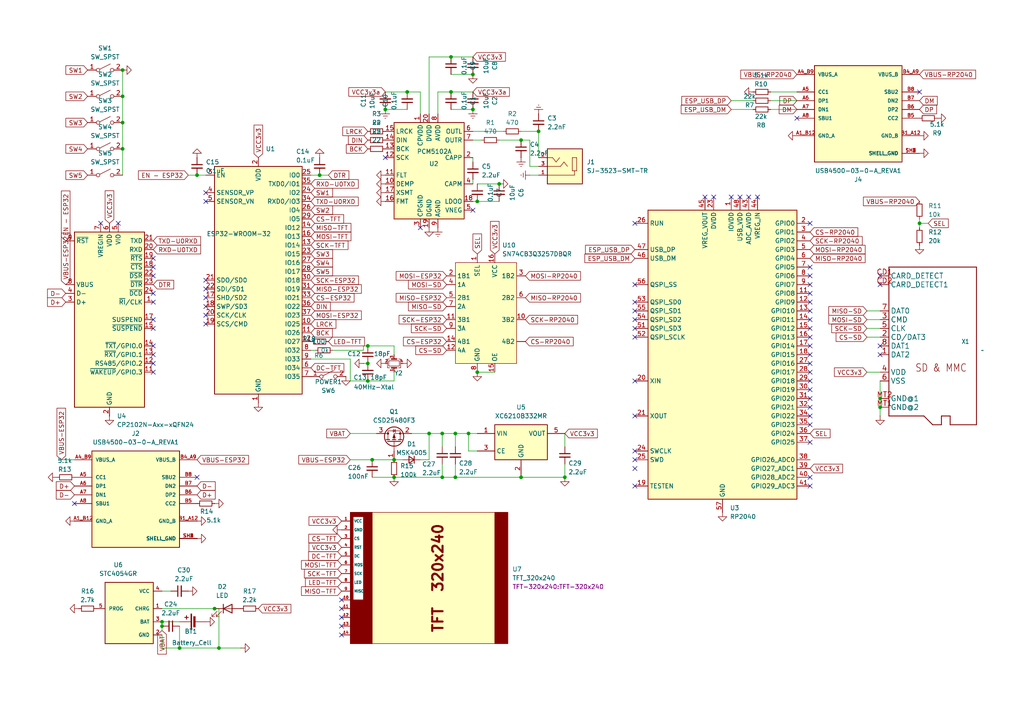
<source format=kicad_sch>
(kicad_sch (version 20250114) (generator "eeschema") (generator_version "9.0")
  (paper "A4")
  (junction (at 52.07 187.96))
  (junction (at 138.43 107.95))
  (junction (at 137.16 21.59))
  (junction (at 151.13 40.64))
  (junction (at 63.5 187.96))
  (junction (at 128.27 125.73))
  (junction (at 130.81 16.51))
  (junction (at 92.71 50.8))
  (junction (at 106.68 100.33))
  (junction (at 111.76 31.75))
  (junction (at 35.56 35.56))
  (junction (at 163.83 138.43))
  (junction (at 62.23 176.53))
  (junction (at 128.27 138.43))
  (junction (at 266.7 64.77))
  (junction (at 35.56 20.32))
  (junction (at 255.27 118.11))
  (junction (at 130.81 26.67))
  (junction (at 46.99 180.34))
  (junction (at 138.43 58.42))
  (junction (at 132.08 125.73))
  (junction (at 35.56 27.94))
  (junction (at 135.89 125.73))
  (junction (at 106.68 110.49))
  (junction (at 144.78 53.34))
  (junction (at 137.16 31.75))
  (junction (at 107.95 133.35))
  (junction (at 132.08 138.43))
  (junction (at 124.46 125.73))
  (junction (at 46.99 181.61))
  (junction (at 118.11 26.67))
  (junction (at 57.15 50.8))
  (junction (at 106.68 105.41))
  (junction (at 114.3 138.43))
  (junction (at 35.56 43.18))
  (junction (at 156.21 38.1))
  (junction (at 151.13 138.43))
  (junction (at 255.27 115.57))
  (junction (at 114.3 133.35))
  (no_connect (at 255.27 102.87))
  (no_connect (at 234.95 118.11))
  (no_connect (at 234.95 110.49))
  (no_connect (at 44.45 80.01))
  (no_connect (at 99.06 179.07))
  (no_connect (at 234.95 138.43))
  (no_connect (at 59.69 86.36))
  (no_connect (at 99.06 181.61))
  (no_connect (at 184.15 140.97))
  (no_connect (at 59.69 88.9))
  (no_connect (at 184.15 87.63))
  (no_connect (at 234.95 85.09))
  (no_connect (at 184.15 130.81))
  (no_connect (at 184.15 110.49))
  (no_connect (at 266.7 26.67))
  (no_connect (at 234.95 120.65))
  (no_connect (at 234.95 140.97))
  (no_connect (at 234.95 113.03))
  (no_connect (at 207.01 57.15))
  (no_connect (at 59.69 93.98))
  (no_connect (at 21.59 146.05))
  (no_connect (at 59.69 91.44))
  (no_connect (at 217.17 57.15))
  (no_connect (at 57.15 138.43))
  (no_connect (at 255.27 100.33))
  (no_connect (at 44.45 85.09))
  (no_connect (at 184.15 97.79))
  (no_connect (at 234.95 123.19))
  (no_connect (at 231.14 34.29))
  (no_connect (at 59.69 58.42))
  (no_connect (at 234.95 95.25))
  (no_connect (at 219.71 57.15))
  (no_connect (at 234.95 115.57))
  (no_connect (at 184.15 120.65))
  (no_connect (at 59.69 81.28))
  (no_connect (at 44.45 87.63))
  (no_connect (at 44.45 77.47))
  (no_connect (at 255.27 80.01))
  (no_connect (at 214.63 57.15))
  (no_connect (at 234.95 92.71))
  (no_connect (at 44.45 100.33))
  (no_connect (at 184.15 95.25))
  (no_connect (at 137.16 60.96))
  (no_connect (at 99.06 173.99))
  (no_connect (at 234.95 102.87))
  (no_connect (at 184.15 133.35))
  (no_connect (at 234.95 80.01))
  (no_connect (at 59.69 55.88))
  (no_connect (at 44.45 102.87))
  (no_connect (at 234.95 105.41))
  (no_connect (at 234.95 97.79))
  (no_connect (at 234.95 64.77))
  (no_connect (at 234.95 107.95))
  (no_connect (at 59.69 83.82))
  (no_connect (at 234.95 90.17))
  (no_connect (at 44.45 107.95))
  (no_connect (at 44.45 74.93))
  (no_connect (at 184.15 64.77))
  (no_connect (at 255.27 82.55))
  (no_connect (at 44.45 95.25))
  (no_connect (at 184.15 90.17))
  (no_connect (at 234.95 100.33))
  (no_connect (at 44.45 92.71))
  (no_connect (at 204.47 57.15))
  (no_connect (at 234.95 128.27))
  (no_connect (at 29.21 64.77))
  (no_connect (at 99.06 176.53))
  (no_connect (at 99.06 184.15))
  (no_connect (at 44.45 105.41))
  (no_connect (at 212.09 57.15))
  (no_connect (at 234.95 77.47))
  (no_connect (at 234.95 87.63))
  (no_connect (at 184.15 82.55))
  (no_connect (at 34.29 64.77))
  (no_connect (at 111.76 45.72))
  (no_connect (at 121.92 66.04))
  (no_connect (at 184.15 135.89))
  (no_connect (at 184.15 92.71))
  (no_connect (at 234.95 82.55))
  (wire (pts (xy 138.43 53.34) (xy 144.78 53.34)))
  (wire (pts (xy 111.76 31.75) (xy 118.11 31.75)))
  (wire (pts (xy 132.08 138.43) (xy 128.27 138.43)))
  (wire (pts (xy 107.95 138.43) (xy 114.3 138.43)))
  (wire (pts (xy 46.99 187.96) (xy 46.99 184.15)))
  (wire (pts (xy 156.21 50.8) (xy 153.67 50.8)))
  (wire (pts (xy 127 26.67) (xy 130.81 26.67)))
  (wire (pts (xy 46.99 171.45) (xy 49.53 171.45)))
  (wire (pts (xy 231.14 29.21) (xy 223.52 29.21)))
  (wire (pts (xy 153.67 40.64) (xy 151.13 40.64)))
  (wire (pts (xy 114.3 133.35) (xy 116.84 133.35)))
  (wire (pts (xy 138.43 107.95) (xy 143.51 107.95)))
  (wire (pts (xy 130.81 16.51) (xy 137.16 16.51)))
  (wire (pts (xy 114.3 110.49) (xy 106.68 110.49)))
  (wire (pts (xy 124.46 125.73) (xy 119.38 125.73)))
  (wire (pts (xy 163.83 125.73) (xy 163.83 129.54)))
  (wire (pts (xy 35.56 20.32) (xy 35.56 27.94)))
  (wire (pts (xy 132.08 134.62) (xy 132.08 138.43)))
  (wire (pts (xy 128.27 129.54) (xy 128.27 125.73)))
  (wire (pts (xy 52.07 187.96) (xy 63.5 187.96)))
  (wire (pts (xy 105.41 101.6) (xy 96.52 101.6)))
  (wire (pts (xy 118.11 26.67) (xy 111.76 26.67)))
  (wire (pts (xy 255.27 90.17) (xy 251.46 90.17)))
  (wire (pts (xy 137.16 52.07) (xy 137.16 53.34)))
  (wire (pts (xy 137.16 40.64) (xy 139.7 40.64)))
  (wire (pts (xy 69.85 187.96) (xy 63.5 187.96)))
  (wire (pts (xy 144.78 40.64) (xy 151.13 40.64)))
  (wire (pts (xy 101.6 110.49) (xy 101.6 104.14)))
  (wire (pts (xy 266.7 64.77) (xy 266.7 66.04)))
  (wire (pts (xy 35.56 35.56) (xy 35.56 43.18)))
  (wire (pts (xy 153.67 48.26) (xy 153.67 40.64)))
  (wire (pts (xy 137.16 45.72) (xy 137.16 46.99)))
  (wire (pts (xy 132.08 138.43) (xy 151.13 138.43)))
  (wire (pts (xy 106.68 105.41) (xy 105.41 105.41)))
  (wire (pts (xy 107.95 133.35) (xy 114.3 133.35)))
  (wire (pts (xy 255.27 107.95) (xy 251.46 107.95)))
  (wire (pts (xy 138.43 58.42) (xy 144.78 58.42)))
  (wire (pts (xy 63.5 176.53) (xy 63.5 187.96)))
  (wire (pts (xy 132.08 125.73) (xy 135.89 125.73)))
  (wire (pts (xy 121.92 33.02) (xy 121.92 26.67)))
  (wire (pts (xy 218.44 31.75) (xy 212.09 31.75)))
  (wire (pts (xy 124.46 33.02) (xy 124.46 16.51)))
  (wire (pts (xy 46.99 181.61) (xy 46.99 180.34)))
  (wire (pts (xy 130.81 31.75) (xy 137.16 31.75)))
  (wire (pts (xy 255.27 95.25) (xy 251.46 95.25)))
  (wire (pts (xy 156.21 38.1) (xy 156.21 45.72)))
  (wire (pts (xy 156.21 48.26) (xy 153.67 48.26)))
  (wire (pts (xy 255.27 115.57) (xy 255.27 118.11)))
  (wire (pts (xy 266.7 63.5) (xy 266.7 64.77)))
  (wire (pts (xy 91.44 101.6) (xy 90.17 101.6)))
  (wire (pts (xy 35.56 43.18) (xy 35.56 50.8)))
  (wire (pts (xy 255.27 97.79) (xy 251.46 97.79)))
  (wire (pts (xy 114.3 107.95) (xy 114.3 110.49)))
  (wire (pts (xy 17.78 133.35) (xy 21.59 133.35)))
  (wire (pts (xy 137.16 26.67) (xy 130.81 26.67)))
  (wire (pts (xy 114.3 102.87) (xy 114.3 100.33)))
  (wire (pts (xy 231.14 26.67) (xy 223.52 26.67)))
  (wire (pts (xy 138.43 130.81) (xy 135.89 130.81)))
  (wire (pts (xy 135.89 130.81) (xy 135.89 125.73)))
  (wire (pts (xy 101.6 125.73) (xy 109.22 125.73)))
  (wire (pts (xy 137.16 38.1) (xy 146.05 38.1)))
  (wire (pts (xy 105.41 100.33) (xy 106.68 100.33)))
  (wire (pts (xy 46.99 187.96) (xy 52.07 187.96)))
  (wire (pts (xy 101.6 133.35) (xy 107.95 133.35)))
  (wire (pts (xy 101.6 104.14) (xy 90.17 104.14)))
  (wire (pts (xy 130.81 21.59) (xy 137.16 21.59)))
  (wire (pts (xy 46.99 182.88) (xy 46.99 181.61)))
  (wire (pts (xy 218.44 29.21) (xy 212.09 29.21)))
  (wire (pts (xy 128.27 138.43) (xy 114.3 138.43)))
  (wire (pts (xy 255.27 110.49) (xy 255.27 115.57)))
  (wire (pts (xy 128.27 134.62) (xy 128.27 138.43)))
  (wire (pts (xy 135.89 125.73) (xy 138.43 125.73)))
  (wire (pts (xy 121.92 133.35) (xy 124.46 133.35)))
  (wire (pts (xy 106.68 110.49) (xy 101.6 110.49)))
  (wire (pts (xy 266.7 64.77) (xy 269.24 64.77)))
  (wire (pts (xy 57.15 50.8) (xy 59.69 50.8)))
  (wire (pts (xy 46.99 176.53) (xy 62.23 176.53)))
  (wire (pts (xy 63.5 176.53) (xy 62.23 176.53)))
  (wire (pts (xy 54.61 50.8) (xy 57.15 50.8)))
  (wire (pts (xy 132.08 129.54) (xy 132.08 125.73)))
  (wire (pts (xy 163.83 138.43) (xy 163.83 134.62)))
  (wire (pts (xy 137.16 58.42) (xy 138.43 58.42)))
  (wire (pts (xy 255.27 118.11) (xy 255.27 120.65)))
  (wire (pts (xy 151.13 138.43) (xy 163.83 138.43)))
  (wire (pts (xy 105.41 101.6) (xy 105.41 100.33)))
  (wire (pts (xy 124.46 16.51) (xy 130.81 16.51)))
  (wire (pts (xy 128.27 125.73) (xy 132.08 125.73)))
  (wire (pts (xy 121.92 26.67) (xy 118.11 26.67)))
  (wire (pts (xy 255.27 92.71) (xy 251.46 92.71)))
  (wire (pts (xy 231.14 31.75) (xy 223.52 31.75)))
  (wire (pts (xy 95.25 50.8) (xy 92.71 50.8)))
  (wire (pts (xy 127 33.02) (xy 127 26.67)))
  (wire (pts (xy 151.13 38.1) (xy 156.21 38.1)))
  (wire (pts (xy 46.99 180.34) (xy 52.07 180.34)))
  (wire (pts (xy 35.56 27.94) (xy 35.56 35.56)))
  (wire (pts (xy 124.46 133.35) (xy 124.46 125.73)))
  (wire (pts (xy 124.46 125.73) (xy 128.27 125.73)))
  (wire (pts (xy 114.3 100.33) (xy 106.68 100.33)))
  (wire (pts (xy 52.07 181.61) (xy 52.07 187.96)))
  (wire (pts (xy 90.17 50.8) (xy 92.71 50.8)))
  (global_label "VCC3v3" (shape input) (at 74.93 176.53 0) (property "Intersheetrefs" "${INTERSHEET_REFS}" (effects (hide yes))))
  (global_label "VCC3v3a" (shape input) (at 111.76 26.67 180) (property "Intersheetrefs" "${INTERSHEET_REFS}" (effects (hide yes))))
  (global_label "D-" (shape input) (at 21.59 143.51 180) (property "Intersheetrefs" "${INTERSHEET_REFS}" (effects (hide yes))))
  (global_label "D-" (shape input) (at 57.15 140.97 0) (property "Intersheetrefs" "${INTERSHEET_REFS}" (effects (hide yes))))
  (global_label "CS-TFT" (shape input) (at 90.17 63.5 0) (property "Intersheetrefs" "${INTERSHEET_REFS}" (effects (hide yes))))
  (global_label "TXD-U0RXD" (shape input) (at 90.17 58.42 0) (property "Intersheetrefs" "${INTERSHEET_REFS}" (effects (hide yes))))
  (global_label "MOSI-ESP32" (shape input) (at 90.17 91.44 0) (property "Intersheetrefs" "${INTERSHEET_REFS}" (effects (hide yes))))
  (global_label "DTR" (shape input) (at 95.25 50.8 0) (property "Intersheetrefs" "${INTERSHEET_REFS}" (effects (hide yes))))
  (global_label "CS-ESP32" (shape input) (at 90.17 86.36 0) (property "Intersheetrefs" "${INTERSHEET_REFS}" (effects (hide yes))))
  (global_label "DP" (shape input) (at 266.7 31.75 0) (property "Intersheetrefs" "${INTERSHEET_REFS}" (effects (hide yes))))
  (global_label "SW1" (shape input) (at 25.4 20.32 180) (property "Intersheetrefs" "${INTERSHEET_REFS}" (effects (hide yes))))
  (global_label "EN - ESP32" (shape input) (at 54.61 50.8 180) (property "Intersheetrefs" "${INTERSHEET_REFS}" (effects (hide yes))))
  (global_label "VBUS-ESP32" (shape input) (at 17.78 133.35 90) (property "Intersheetrefs" "${INTERSHEET_REFS}" (effects (hide yes))))
  (global_label "MISO-TFT" (shape input) (at 90.17 66.04 0) (property "Intersheetrefs" "${INTERSHEET_REFS}" (effects (hide yes))))
  (global_label "MISO-ESP32" (shape input) (at 129.54 86.36 180) (property "Intersheetrefs" "${INTERSHEET_REFS}" (effects (hide yes))))
  (global_label "MISO-SD" (shape input) (at 129.54 88.9 180) (property "Intersheetrefs" "${INTERSHEET_REFS}" (effects (hide yes))))
  (global_label "SCK-SD" (shape input) (at 129.54 95.25 180) (property "Intersheetrefs" "${INTERSHEET_REFS}" (effects (hide yes))))
  (global_label "VCC3v3" (shape input) (at 234.95 135.89 0) (property "Intersheetrefs" "${INTERSHEET_REFS}" (effects (hide yes))))
  (global_label "VCC3v3" (shape input) (at 99.06 158.75 180) (property "Intersheetrefs" "${INTERSHEET_REFS}" (effects (hide yes))))
  (global_label "VBAT" (shape input) (at 46.99 182.88 270) (property "Intersheetrefs" "${INTERSHEET_REFS}" (effects (hide yes))))
  (global_label "VCC3v3" (shape input) (at 99.06 151.13 180) (property "Intersheetrefs" "${INTERSHEET_REFS}" (effects (hide yes))))
  (global_label "SW2" (shape input) (at 25.4 27.94 180) (property "Intersheetrefs" "${INTERSHEET_REFS}" (effects (hide yes))))
  (global_label "SW2" (shape input) (at 90.17 60.96 0) (property "Intersheetrefs" "${INTERSHEET_REFS}" (effects (hide yes))))
  (global_label "MOSI-SD" (shape input) (at 251.46 92.71 180) (property "Intersheetrefs" "${INTERSHEET_REFS}" (effects (hide yes))))
  (global_label "MISO-TFT" (shape input) (at 99.06 171.45 180) (property "Intersheetrefs" "${INTERSHEET_REFS}" (effects (hide yes))))
  (global_label "SW4" (shape input) (at 90.17 76.2 0) (property "Intersheetrefs" "${INTERSHEET_REFS}" (effects (hide yes))))
  (global_label "D-" (shape input) (at 19.05 85.09 180) (property "Intersheetrefs" "${INTERSHEET_REFS}" (effects (hide yes))))
  (global_label "DC-TFT" (shape input) (at 99.06 161.29 180) (property "Intersheetrefs" "${INTERSHEET_REFS}" (effects (hide yes))))
  (global_label "ESP_USB_DM" (shape input) (at 184.15 74.93 180) (property "Intersheetrefs" "${INTERSHEET_REFS}" (effects (hide yes))))
  (global_label "MOSI-TFT" (shape input) (at 99.06 163.83 180) (property "Intersheetrefs" "${INTERSHEET_REFS}" (effects (hide yes))))
  (global_label "RXD-U0TXD" (shape input) (at 44.45 72.39 0) (property "Intersheetrefs" "${INTERSHEET_REFS}" (effects (hide yes))))
  (global_label "MOSI-ESP32" (shape input) (at 129.54 80.01 180) (property "Intersheetrefs" "${INTERSHEET_REFS}" (effects (hide yes))))
  (global_label "CS-RP2040" (shape input) (at 234.95 67.31 0) (property "Intersheetrefs" "${INTERSHEET_REFS}" (effects (hide yes))))
  (global_label "LED-TFT" (shape input) (at 95.25 99.06 0) (property "Intersheetrefs" "${INTERSHEET_REFS}" (effects (hide yes))))
  (global_label "SEL" (shape input) (at 138.43 73.66 90) (property "Intersheetrefs" "${INTERSHEET_REFS}" (effects (hide yes))))
  (global_label "SW3" (shape input) (at 90.17 73.66 0) (property "Intersheetrefs" "${INTERSHEET_REFS}" (effects (hide yes))))
  (global_label "EN - ESP32" (shape input) (at 19.05 69.85 90) (property "Intersheetrefs" "${INTERSHEET_REFS}" (effects (hide yes))))
  (global_label "LED-TFT" (shape input) (at 99.06 168.91 180) (property "Intersheetrefs" "${INTERSHEET_REFS}" (effects (hide yes))))
  (global_label "DP" (shape input) (at 231.14 29.21 180) (property "Intersheetrefs" "${INTERSHEET_REFS}" (effects (hide yes))))
  (global_label "CS-ESP32" (shape input) (at 129.54 99.06 180) (property "Intersheetrefs" "${INTERSHEET_REFS}" (effects (hide yes))))
  (global_label "SEL" (shape input) (at 269.24 64.77 0) (property "Intersheetrefs" "${INTERSHEET_REFS}" (effects (hide yes))))
  (global_label "VCC3v3a" (shape input) (at 137.16 26.67 0) (property "Intersheetrefs" "${INTERSHEET_REFS}" (effects (hide yes))))
  (global_label "LRCK" (shape input) (at 106.68 38.1 180) (property "Intersheetrefs" "${INTERSHEET_REFS}" (effects (hide yes))))
  (global_label "CS-RP2040" (shape input) (at 152.4 99.06 0) (property "Intersheetrefs" "${INTERSHEET_REFS}" (effects (hide yes))))
  (global_label "BCK" (shape input) (at 90.17 96.52 0) (property "Intersheetrefs" "${INTERSHEET_REFS}" (effects (hide yes))))
  (global_label "D+" (shape input) (at 21.59 140.97 180) (property "Intersheetrefs" "${INTERSHEET_REFS}" (effects (hide yes))))
  (global_label "SW1" (shape input) (at 90.17 55.88 0) (property "Intersheetrefs" "${INTERSHEET_REFS}" (effects (hide yes))))
  (global_label "ESP_USB_DP" (shape input) (at 184.15 72.39 180) (property "Intersheetrefs" "${INTERSHEET_REFS}" (effects (hide yes))))
  (global_label "VBUS-RP2040" (shape input) (at 266.7 21.59 0) (property "Intersheetrefs" "${INTERSHEET_REFS}" (effects (hide yes))))
  (global_label "VCC3v3" (shape input) (at 143.51 73.66 90) (property "Intersheetrefs" "${INTERSHEET_REFS}" (effects (hide yes))))
  (global_label "MOSI-RP2040" (shape input) (at 152.4 80.01 0) (property "Intersheetrefs" "${INTERSHEET_REFS}" (effects (hide yes))))
  (global_label "SW3" (shape input) (at 25.4 35.56 180) (property "Intersheetrefs" "${INTERSHEET_REFS}" (effects (hide yes))))
  (global_label "SCK-TFT" (shape input) (at 90.17 71.12 0) (property "Intersheetrefs" "${INTERSHEET_REFS}" (effects (hide yes))))
  (global_label "VBAT" (shape input) (at 101.6 125.73 180) (property "Intersheetrefs" "${INTERSHEET_REFS}" (effects (hide yes))))
  (global_label "DC-TFT" (shape input) (at 90.17 106.68 0) (property "Intersheetrefs" "${INTERSHEET_REFS}" (effects (hide yes))))
  (global_label "CS-SD" (shape input) (at 129.54 101.6 180) (property "Intersheetrefs" "${INTERSHEET_REFS}" (effects (hide yes))))
  (global_label "D+" (shape input) (at 19.05 87.63 180) (property "Intersheetrefs" "${INTERSHEET_REFS}" (effects (hide yes))))
  (global_label "MISO-RP2040" (shape input) (at 152.4 86.36 0) (property "Intersheetrefs" "${INTERSHEET_REFS}" (effects (hide yes))))
  (global_label "BCK" (shape input) (at 106.68 43.18 180) (property "Intersheetrefs" "${INTERSHEET_REFS}" (effects (hide yes))))
  (global_label "CS-TFT" (shape input) (at 99.06 156.21 180) (property "Intersheetrefs" "${INTERSHEET_REFS}" (effects (hide yes))))
  (global_label "VCC3v3" (shape input) (at 31.75 64.77 90) (property "Intersheetrefs" "${INTERSHEET_REFS}" (effects (hide yes))))
  (global_label "VBUS-RP2040" (shape input) (at 266.7 58.42 180) (property "Intersheetrefs" "${INTERSHEET_REFS}" (effects (hide yes))))
  (global_label "CS-SD" (shape input) (at 251.46 97.79 180) (property "Intersheetrefs" "${INTERSHEET_REFS}" (effects (hide yes))))
  (global_label "SW5" (shape input) (at 25.4 50.8 180) (property "Intersheetrefs" "${INTERSHEET_REFS}" (effects (hide yes))))
  (global_label "MOSI-SD" (shape input) (at 129.54 82.55 180) (property "Intersheetrefs" "${INTERSHEET_REFS}" (effects (hide yes))))
  (global_label "DM" (shape input) (at 266.7 29.21 0) (property "Intersheetrefs" "${INTERSHEET_REFS}" (effects (hide yes))))
  (global_label "SCK-RP2040" (shape input) (at 152.4 92.71 0) (property "Intersheetrefs" "${INTERSHEET_REFS}" (effects (hide yes))))
  (global_label "RXD-U0TXD" (shape input) (at 90.17 53.34 0) (property "Intersheetrefs" "${INTERSHEET_REFS}" (effects (hide yes))))
  (global_label "SCK-ESP32" (shape input) (at 90.17 81.28 0) (property "Intersheetrefs" "${INTERSHEET_REFS}" (effects (hide yes))))
  (global_label "SCK-ESP32" (shape input) (at 129.54 92.71 180) (property "Intersheetrefs" "${INTERSHEET_REFS}" (effects (hide yes))))
  (global_label "MOSI-TFT" (shape input) (at 90.17 68.58 0) (property "Intersheetrefs" "${INTERSHEET_REFS}" (effects (hide yes))))
  (global_label "TXD-U0RXD" (shape input) (at 44.45 69.85 0) (property "Intersheetrefs" "${INTERSHEET_REFS}" (effects (hide yes))))
  (global_label "VCC3v3" (shape input) (at 74.93 45.72 90) (property "Intersheetrefs" "${INTERSHEET_REFS}" (effects (hide yes))))
  (global_label "VCC3v3" (shape input) (at 251.46 107.95 180) (property "Intersheetrefs" "${INTERSHEET_REFS}" (effects (hide yes))))
  (global_label "DTR" (shape input) (at 44.45 82.55 0) (property "Intersheetrefs" "${INTERSHEET_REFS}" (effects (hide yes))))
  (global_label "ESP_USB_DM" (shape input) (at 212.09 31.75 180) (property "Intersheetrefs" "${INTERSHEET_REFS}" (effects (hide yes))))
  (global_label "VBUS-ESP32" (shape input) (at 57.15 133.35 0) (property "Intersheetrefs" "${INTERSHEET_REFS}" (effects (hide yes))))
  (global_label "DM" (shape input) (at 231.14 31.75 180) (property "Intersheetrefs" "${INTERSHEET_REFS}" (effects (hide yes))))
  (global_label "SCK-SD" (shape input) (at 251.46 95.25 180) (property "Intersheetrefs" "${INTERSHEET_REFS}" (effects (hide yes))))
  (global_label "VCC3v3" (shape input) (at 163.83 125.73 0) (property "Intersheetrefs" "${INTERSHEET_REFS}" (effects (hide yes))))
  (global_label "VBUS-ESP32" (shape input) (at 101.6 133.35 180) (property "Intersheetrefs" "${INTERSHEET_REFS}" (effects (hide yes))))
  (global_label "MOSI-RP2040" (shape input) (at 234.95 72.39 0) (property "Intersheetrefs" "${INTERSHEET_REFS}" (effects (hide yes))))
  (global_label "SW4" (shape input) (at 25.4 43.18 180) (property "Intersheetrefs" "${INTERSHEET_REFS}" (effects (hide yes))))
  (global_label "VBUS-ESP32" (shape input) (at 19.05 82.55 90) (property "Intersheetrefs" "${INTERSHEET_REFS}" (effects (hide yes))))
  (global_label "VBUS-RP2040" (shape input) (at 231.14 21.59 180) (property "Intersheetrefs" "${INTERSHEET_REFS}" (effects (hide yes))))
  (global_label "MISO-ESP32" (shape input) (at 90.17 83.82 0) (property "Intersheetrefs" "${INTERSHEET_REFS}" (effects (hide yes))))
  (global_label "DIN" (shape input) (at 90.17 88.9 0) (property "Intersheetrefs" "${INTERSHEET_REFS}" (effects (hide yes))))
  (global_label "SCK-TFT" (shape input) (at 99.06 166.37 180) (property "Intersheetrefs" "${INTERSHEET_REFS}" (effects (hide yes))))
  (global_label "D+" (shape input) (at 57.15 143.51 0) (property "Intersheetrefs" "${INTERSHEET_REFS}" (effects (hide yes))))
  (global_label "MISO-SD" (shape input) (at 251.46 90.17 180) (property "Intersheetrefs" "${INTERSHEET_REFS}" (effects (hide yes))))
  (global_label "SW5" (shape input) (at 90.17 78.74 0) (property "Intersheetrefs" "${INTERSHEET_REFS}" (effects (hide yes))))
  (global_label "SEL" (shape input) (at 234.95 125.73 0) (property "Intersheetrefs" "${INTERSHEET_REFS}" (effects (hide yes))))
  (global_label "DIN" (shape input) (at 106.68 40.64 180) (property "Intersheetrefs" "${INTERSHEET_REFS}" (effects (hide yes))))
  (global_label "ESP_USB_DP" (shape input) (at 212.09 29.21 180) (property "Intersheetrefs" "${INTERSHEET_REFS}" (effects (hide yes))))
  (global_label "MISO-RP2040" (shape input) (at 234.95 74.93 0) (property "Intersheetrefs" "${INTERSHEET_REFS}" (effects (hide yes))))
  (global_label "SCK-RP2040" (shape input) (at 234.95 69.85 0) (property "Intersheetrefs" "${INTERSHEET_REFS}" (effects (hide yes))))
  (global_label "VCC3v3" (shape input) (at 137.16 16.51 0) (property "Intersheetrefs" "${INTERSHEET_REFS}" (effects (hide yes))))
  (global_label "LRCK" (shape input) (at 90.17 93.98 0) (property "Intersheetrefs" "${INTERSHEET_REFS}" (effects (hide yes))))
  (symbol (lib_id "power:GND") (at 231.14 39.37 270) (unit 1)
    (property "Reference" "#PWR033" (effects (hide yes)))
    (property "Value" "GND" (effects (hide yes)))
    (property "Description" "Power symbol creates a global label with name \"GND\" , ground" (effects (hide yes)))
  )
  (symbol (lib_id "power:GNDREF") (at 127 66.04 0) (unit 1)
    (property "Reference" "#PWR011" (effects (hide yes)))
    (property "Value" "GNDREF" (effects (hide yes)))
    (property "Description" "Power symbol creates a global label with name \"GNDREF\" , reference supply ground" (effects (hide yes)))
  )
  (symbol (lib_id "power:GND") (at 99.06 153.67 270) (unit 1)
    (property "Reference" "#PWR046" (effects (hide yes)))
    (property "Value" "GND" (effects (hide yes)))
    (property "Description" "Power symbol creates a global label with name \"GND\" , ground" (effects (hide yes)))
  )
  (symbol (lib_id "Transistor_FET:CSD25480F3") (at 114.3 128.27 90) (unit 1)
    (property "Reference" "Q1" (at 114.3 119.38 90))
    (property "Value" "CSD25480F3" (at 114.3 121.92 90))
    (property "Footprint" "Package_DFN_QFN:Texas_PicoStar_DFN-3_0.69x0.60mm" (effects (hide yes)))
    (property "Datasheet" "https://www.ti.com/lit/ds/symlink/csd25480f3.pdf" (effects (hide yes)))
    (property "Description" "-1.7A Id, -20V Vds, P-Channel MOSFET, 159mOhm Ron,max @ 4.5Vgs, 0.70nC Qg,typ @ 4.5Vgs, PicoStar 0.73x0.64mm max, 0.69x0.60mm nom" (effects (hide yes)))
    (property "JLC" "C2869359" (effects (hide yes)))
  )
  (symbol (lib_id "power:GND") (at 21.59 151.13 270) (unit 1)
    (property "Reference" "#PWR055" (effects (hide yes)))
    (property "Value" "GND" (effects (hide yes)))
    (property "Description" "Power symbol creates a global label with name \"GND\" , ground" (effects (hide yes)))
  )
  (symbol (lib_id "power:GND") (at 54.61 171.45 90) (unit 1)
    (property "Reference" "#PWR043" (effects (hide yes)))
    (property "Value" "GND" (effects (hide yes)))
    (property "Description" "Power symbol creates a global label with name \"GND\" , ground" (effects (hide yes)))
  )
  (symbol (lib_id "Switch:SW_SPST") (at 30.48 27.94 0) (unit 1)
    (property "Reference" "SW2" (at 30.48 21.59 0))
    (property "Value" "SW_SPST" (at 30.48 24.13 0))
    (property "Footprint" "Kailh_Choc_White:Choc_V1" (effects (hide yes)))
    (property "Description" "Single Pole Single Throw (SPST) switch" (effects (hide yes)))
  )
  (symbol (lib_id "power:GND") (at 111.76 55.88 270) (unit 1)
    (property "Reference" "#PWR049" (effects (hide yes)))
    (property "Value" "GND" (effects (hide yes)))
    (property "Description" "Power symbol creates a global label with name \"GND\" , ground" (effects (hide yes)))
  )
  (symbol (lib_id "Interface_USB:CP2102N-Axx-xQFN24") (at 31.75 92.71 0) (unit 1)
    (property "Reference" "U4" (at 33.8933 120.65 0) (effects (justify left)))
    (property "Value" "CP2102N-Axx-xQFN24" (at 33.8933 123.19 0) (effects (justify left)))
    (property "Footprint" "Package_DFN_QFN:QFN-24-1EP_4x4mm_P0.5mm_EP2.6x2.6mm" (effects (hide yes)))
    (property "Datasheet" "https://www.silabs.com/documents/public/data-sheets/cp2102n-datasheet.pdf" (effects (hide yes)))
    (property "Description" "USB to UART master bridge, QFN-24" (effects (hide yes)))
  )
  (symbol (lib_id "power:GND") (at 105.41 105.41 270) (unit 1)
    (property "Reference" "#PWR019" (effects (hide yes)))
    (property "Value" "GND" (effects (hide yes)))
    (property "Description" "Power symbol creates a global label with name \"GND\" , ground" (effects (hide yes)))
  )
  (symbol (lib_id "power:GNDREF") (at 153.67 50.8 270) (unit 1)
    (property "Reference" "#PWR013" (effects (hide yes)))
    (property "Value" "GNDREF" (effects (hide yes)))
    (property "Description" "Power symbol creates a global label with name \"GNDREF\" , reference supply ground" (effects (hide yes)))
  )
  (symbol (lib_id "power:GND") (at 35.56 20.32 90) (unit 1)
    (property "Reference" "#PWR060" (effects (hide yes)))
    (property "Value" "GND" (effects (hide yes)))
    (property "Description" "Power symbol creates a global label with name \"GND\" , ground" (effects (hide yes)))
  )
  (symbol (lib_id "Device:R_Small") (at 109.22 38.1 90) (unit 1)
    (property "Reference" "R3" (at 109.22 33.02 90))
    (property "Value" "22" (at 109.22 35.56 90))
    (property "Footprint" "Resistor_SMD:R_0402_1005Metric" (effects (hide yes)))
    (property "Description" "Resistor, small symbol" (effects (hide yes)))
  )
  (symbol (lib_id "Device:C_Small") (at 130.81 19.05 0) (unit 1)
    (property "Reference" "C9" (at 137.16 19.0563 90))
    (property "Value" "0.1uF" (at 134.62 19.0563 90))
    (property "Footprint" "Capacitor_SMD:C_0603_1608Metric" (effects (hide yes)))
    (property "Description" "Unpolarized capacitor, small symbol" (effects (hide yes)))
  )
  (symbol (lib_id "Device:R_Small") (at 19.05 138.43 270) (unit 1)
    (property "Reference" "R13" (at 18.796 136.144 90))
    (property "Value" "5.1k" (at 18.796 133.604 90))
    (property "Footprint" "Resistor_SMD:R_0603_1608Metric" (effects (hide yes)))
    (property "Description" "Resistor, small symbol" (effects (hide yes)))
    (property "JLC" "C23186" (effects (hide yes)))
  )
  (symbol (lib_id "Device:R_Small") (at 220.98 26.67 270) (unit 1)
    (property "Reference" "R10" (at 220.726 24.384 90))
    (property "Value" "5.1k" (at 220.726 21.844 90))
    (property "Footprint" "Resistor_SMD:R_0603_1608Metric" (effects (hide yes)))
    (property "Description" "Resistor, small symbol" (effects (hide yes)))
    (property "JLC" "C23186" (effects (hide yes)))
  )
  (symbol (lib_id "TFT_320x240:TFT_320x240") (at 101.6 167.64 270) (unit 1)
    (property "Reference" "U7" (at 148.59 165.0999 90) (effects (justify left)))
    (property "Value" "TFT_320x240" (at 148.59 167.6399 90) (effects (justify left)))
    (property "Footprint" "TFT-320x240:TFT-320x240" (at 148.59 170.1799 90) (effects (justify left)))
  )
  (symbol (lib_id "power:GND") (at 218.44 26.67 270) (unit 1)
    (property "Reference" "#PWR032" (effects (hide yes)))
    (property "Value" "GND" (effects (hide yes)))
    (property "Description" "Power symbol creates a global label with name \"GND\" , ground" (effects (hide yes)))
  )
  (symbol (lib_id "Switch:SW_SPST") (at 95.25 109.22 0) (unit 1)
    (property "Reference" "POWER1" (at 95.25 110.744 0))
    (property "Value" "SW6" (at 95.25 113.284 0))
    (property "Footprint" "SW_TS-1088-AR2016:SW_TS-1088-AR02016" (effects (hide yes)))
    (property "Description" "Single Pole Single Throw (SPST) switch" (effects (hide yes)))
  )
  (symbol (lib_id "Audio:PCM5102A") (at 124.46 48.26 0) (unit 1)
    (property "Reference" "U2" (at 124.46 47.498 0) (effects (justify left)))
    (property "Value" "PCM5102A" (at 120.904 43.942 0) (effects (justify left)))
    (property "Footprint" "Package_SO:TSSOP-20_4.4x6.5mm_P0.65mm" (effects (hide yes)))
    (property "Datasheet" "https://www.ti.com/lit/ds/symlink/pcm5102a.pdf" (effects (hide yes)))
    (property "Description" "2.1 VRMS, 112dB Audio Stereo DAC with PLL and 32-bit, 384kHz PCM Interface, TSSOP-20" (effects (hide yes)))
  )
  (symbol (lib_id "Device:C_Small") (at 144.78 55.88 0) (unit 1)
    (property "Reference" "C6" (at 151.13 55.8863 90))
    (property "Value" "10uF" (at 148.59 55.8863 90))
    (property "Footprint" "Capacitor_SMD:C_0402_1005Metric" (effects (hide yes)))
    (property "Description" "Unpolarized capacitor, small symbol" (effects (hide yes)))
  )
  (symbol (lib_id "Device:C_Small") (at 52.07 171.45 90) (unit 1)
    (property "Reference" "C30" (at 53.34 165.354 90))
    (property "Value" "2.2uF" (at 53.34 167.894 90))
    (property "Footprint" "Capacitor_SMD:C_0603_1608Metric" (effects (hide yes)))
    (property "Description" "Unpolarized capacitor, small symbol" (effects (hide yes)))
    (property "JLC" "C1607" (effects (hide yes)))
  )
  (symbol (lib_id "Device:C_Small") (at 107.95 135.89 0) (unit 1)
    (property "Reference" "C26" (at 100.838 135.636 0) (effects (justify left)))
    (property "Value" "100nF" (at 100.838 138.176 0) (effects (justify left)))
    (property "Footprint" "Capacitor_SMD:C_0402_1005Metric" (effects (hide yes)))
    (property "Description" "Unpolarized capacitor, small symbol" (effects (hide yes)))
    (property "JLC" "C1525" (effects (hide yes)))
  )
  (symbol (lib_id "power:GND") (at 111.76 53.34 270) (unit 1)
    (property "Reference" "#PWR048" (effects (hide yes)))
    (property "Value" "GND" (effects (hide yes)))
    (property "Description" "Power symbol creates a global label with name \"GND\" , ground" (effects (hide yes)))
  )
  (symbol (lib_id "Device:R_Small") (at 266.7 60.96 0) (unit 1)
    (property "Reference" "R11" (at 269.24 59.6899 0) (effects (justify left)))
    (property "Value" "10k" (at 269.24 62.2299 0) (effects (justify left)))
    (property "Footprint" "Resistor_SMD:R_0603_1608Metric" (effects (hide yes)))
    (property "Description" "Resistor, small symbol" (effects (hide yes)))
  )
  (symbol (lib_id "power:GND") (at 111.76 58.42 270) (unit 1)
    (property "Reference" "#PWR050" (effects (hide yes)))
    (property "Value" "GND" (effects (hide yes)))
    (property "Description" "Power symbol creates a global label with name \"GND\" , ground" (effects (hide yes)))
  )
  (symbol (lib_id "power:GND") (at 209.55 148.59 0) (unit 1)
    (property "Reference" "#PWR061" (effects (hide yes)))
    (property "Value" "GND" (effects (hide yes)))
    (property "Description" "Power symbol creates a global label with name \"GND\" , ground" (effects (hide yes)))
  )
  (symbol (lib_id "Switch:SW_SPST") (at 30.48 43.18 0) (unit 1)
    (property "Reference" "SW4" (at 30.48 36.83 0))
    (property "Value" "SW_SPST" (at 30.48 39.37 0))
    (property "Footprint" "Kailh_Choc_White:Choc_V1" (effects (hide yes)))
    (property "Description" "Single Pole Single Throw (SPST) switch" (effects (hide yes)))
  )
  (symbol (lib_id "power:GND") (at 144.78 53.34 90) (unit 1)
    (property "Reference" "#PWR051" (effects (hide yes)))
    (property "Value" "GND" (effects (hide yes)))
    (property "Description" "Power symbol creates a global label with name \"GND\" , ground" (effects (hide yes)))
  )
  (symbol (lib_id "power:GND") (at 74.93 116.84 0) (unit 1)
    (property "Reference" "#PWR058" (effects (hide yes)))
    (property "Value" "GND" (effects (hide yes)))
    (property "Description" "Power symbol creates a global label with name \"GND\" , ground" (effects (hide yes)))
  )
  (symbol (lib_id "power:GNDREF") (at 137.16 31.75 0) (unit 1)
    (property "Reference" "#PWR016" (effects (hide yes)))
    (property "Value" "GNDREF" (effects (hide yes)))
    (property "Description" "Power symbol creates a global label with name \"GNDREF\" , reference supply ground" (effects (hide yes)))
  )
  (symbol (lib_id "Device:R_Small") (at 72.39 176.53 90) (unit 1)
    (property "Reference" "R17" (at 72.39 171.45 90))
    (property "Value" "2.2k" (at 72.39 173.99 90))
    (property "Footprint" "Resistor_SMD:R_0603_1608Metric" (effects (hide yes)))
    (property "Description" "Resistor, small symbol" (effects (hide yes)))
    (property "JLC" "C4190" (effects (hide yes)))
  )
  (symbol (lib_id "Device:C_Small") (at 118.11 29.21 180) (unit 1)
    (property "Reference" "C10" (at 111.76 29.2037 90))
    (property "Value" "0.1uF" (at 114.3 29.2037 90))
    (property "Footprint" "Capacitor_SMD:C_0603_1608Metric" (effects (hide yes)))
    (property "Description" "Unpolarized capacitor, small symbol" (effects (hide yes)))
  )
  (symbol (lib_id "USB-C-2.0-24P(16+8):USB4500-03-0-A_REVA1") (at 248.92 34.29 0) (unit 1)
    (property "Reference" "J4" (at 248.92 52.07 0))
    (property "Value" "USB4500-03-0-A_REVA1" (at 248.92 49.53 0))
    (property "Footprint" "USB-C-2.0-24P(16+8):GCT_USB4500-03-0-A_REVA1" (effects (hide yes)))
    (property "MF" "Global Connector Technology" (effects (hide yes)))
    (property "MAXIMUM_PACKAGE_HEIGHT" "2.36 mm" (effects (hide yes)))
    (property "Package" "None" (effects (hide yes)))
    (property "Price" "None" (effects (hide yes)))
    (property "Check_prices" "https://www.snapeda.com/parts/USB4500-03-0-A/Global+Connector+Technology/view-part/?ref=eda" (effects (hide yes)))
    (property "STANDARD" "Manufacturer Recommendations" (effects (hide yes)))
    (property "PARTREV" "A1" (effects (hide yes)))
    (property "SnapEDA_Link" "https://www.snapeda.com/parts/USB4500-03-0-A/Global+Connector+Technology/view-part/?ref=snap" (effects (hide yes)))
    (property "MP" "USB4500-03-0-A" (effects (hide yes)))
    (property "Description_1" "USB-C (USB TYPE-C) USB 2.0 Receptacle Connector 24 (16+8 Dummy) Position Board Edge, Cutout; Surface Mount; Through Hole, Right Angle" (effects (hide yes)))
    (property "MANUFACTURER" "Global Connector Technology" (effects (hide yes)))
    (property "Availability" "In Stock" (effects (hide yes)))
    (property "SNAPEDA_PN" "USB4500-03-0-A" (effects (hide yes)))
  )
  (symbol (lib_id "Regulator_Linear:XC6210B332MR") (at 151.13 128.27 0) (unit 1)
    (property "Reference" "U5" (at 151.13 118.11 0))
    (property "Value" "XC6210B332MR" (at 151.13 120.65 0))
    (property "Footprint" "Package_TO_SOT_SMD:SOT-23-5" (effects (hide yes)))
    (property "Datasheet" "https://www.torexsemi.com/file/xc6210/XC6210.pdf" (effects (hide yes)))
    (property "Description" "700mA, Low Drop-out Voltage Regulator, Fixed Output 3.3V, SOT-23-5" (effects (hide yes)))
    (property "JLC" "C3021084" (effects (hide yes)))
  )
  (symbol (lib_id "Device:C_Small") (at 130.81 29.21 0) (unit 1)
    (property "Reference" "C1" (at 137.16 29.2163 90))
    (property "Value" "0.1uF" (at 134.62 29.2163 90))
    (property "Footprint" "Capacitor_SMD:C_0603_1608Metric" (effects (hide yes)))
    (property "Description" "Unpolarized capacitor, small symbol" (effects (hide yes)))
  )
  (symbol (lib_id "power:GND") (at 255.27 120.65 0) (unit 1)
    (property "Reference" "#PWR034" (effects (hide yes)))
    (property "Value" "GND" (effects (hide yes)))
    (property "Description" "Power symbol creates a global label with name \"GND\" , ground" (effects (hide yes)))
  )
  (symbol (lib_id "power:GND") (at 266.7 71.12 0) (unit 1)
    (property "Reference" "#PWR063" (effects (hide yes)))
    (property "Value" "GND" (effects (hide yes)))
    (property "Description" "Power symbol creates a global label with name \"GND\" , ground" (effects (hide yes)))
  )
  (symbol (lib_id "Device:C_Small") (at 156.21 35.56 0) (unit 1)
    (property "Reference" "C3" (at 158.75 34.2962 0) (effects (justify left)))
    (property "Value" "2.2nF" (at 158.75 36.8362 0) (effects (justify left)))
    (property "Footprint" "Capacitor_SMD:C_0603_1608Metric" (effects (hide yes)))
    (property "Description" "Unpolarized capacitor, small symbol" (effects (hide yes)))
  )
  (symbol (lib_id "power:GND") (at 22.86 176.53 270) (unit 1)
    (property "Reference" "#PWR042" (effects (hide yes)))
    (property "Value" "GND" (effects (hide yes)))
    (property "Description" "Power symbol creates a global label with name \"GND\" , ground" (effects (hide yes)))
  )
  (symbol (lib_id "power:GND") (at 266.7 39.37 90) (unit 1)
    (property "Reference" "#PWR036" (effects (hide yes)))
    (property "Value" "GND" (effects (hide yes)))
    (property "Description" "Power symbol creates a global label with name \"GND\" , ground" (effects (hide yes)))
  )
  (symbol (lib_id "power:GND") (at 114.3 138.43 0) (unit 1)
    (property "Reference" "#PWR040" (effects (hide yes)))
    (property "Value" "GND" (effects (hide yes)))
    (property "Description" "Power symbol creates a global label with name \"GND\" , ground" (effects (hide yes)))
  )
  (symbol (lib_id "Device:C_Small") (at 92.71 48.26 0) (unit 1)
    (property "Reference" "C14" (at 85.852 43.942 0) (effects (justify left)))
    (property "Value" "0.1uF" (at 85.852 46.482 0) (effects (justify left)))
    (property "Footprint" "Capacitor_SMD:C_0603_1608Metric" (effects (hide yes)))
    (property "Description" "Unpolarized capacitor, small symbol" (effects (hide yes)))
  )
  (symbol (lib_id "Device:R_Small") (at 148.59 38.1 90) (unit 1)
    (property "Reference" "R2" (at 148.59 33.02 90))
    (property "Value" "470" (at 148.59 35.56 90))
    (property "Footprint" "Resistor_SMD:R_0603_1608Metric" (effects (hide yes)))
    (property "Description" "Resistor, small symbol" (effects (hide yes)))
  )
  (symbol (lib_id "Device:R_Small") (at 92.71 99.06 270) (unit 1)
    (property "Reference" "R18" (at 89.662 98.298 90))
    (property "Value" "100" (at 92.456 99.06 90))
    (property "Footprint" "Resistor_SMD:R_0402_1005Metric" (effects (hide yes)))
    (property "Description" "Resistor, small symbol" (effects (hide yes)))
    (property "JLC" "C17168" (effects (hide yes)))
  )
  (symbol (lib_id "Device:C_Small") (at 132.08 132.08 0) (unit 1)
    (property "Reference" "C28" (at 133.096 134.366 0) (effects (justify left)))
    (property "Value" "2.2uF" (at 133.096 136.906 0) (effects (justify left)))
    (property "Footprint" "Capacitor_SMD:C_0603_1608Metric" (effects (hide yes)))
    (property "Description" "Unpolarized capacitor, small symbol" (effects (hide yes)))
    (property "JLC" "C1607" (effects (hide yes)))
  )
  (symbol (lib_id "Device:R_Small") (at 142.24 40.64 90) (unit 1)
    (property "Reference" "R1" (at 142.24 35.56 90))
    (property "Value" "470" (at 142.24 38.1 90))
    (property "Footprint" "Resistor_SMD:R_0603_1608Metric" (effects (hide yes)))
    (property "Description" "Resistor, small symbol" (effects (hide yes)))
  )
  (symbol (lib_id "power:GNDREF") (at 156.21 33.02 180) (unit 1)
    (property "Reference" "#PWR014" (effects (hide yes)))
    (property "Value" "GNDREF" (effects (hide yes)))
    (property "Description" "Power symbol creates a global label with name \"GNDREF\" , reference supply ground" (effects (hide yes)))
  )
  (symbol (lib_id "Device:R_Small") (at 93.98 101.6 270) (unit 1)
    (property "Reference" "R6" (at 92.456 103.124 90))
    (property "Value" "0k" (at 94.234 101.6 90))
    (property "Footprint" "Resistor_SMD:R_0402_1005Metric" (effects (hide yes)))
    (property "Description" "Resistor, small symbol" (effects (hide yes)))
    (property "JLC" "C17168" (effects (hide yes)))
  )
  (symbol (lib_id "Device:Crystal_GND24_Small") (at 114.3 105.41 270) (unit 1)
    (property "Reference" "Y2" (at 115.57 108.204 90))
    (property "Value" "40MHz-Xtal" (at 108.458 112.268 90))
    (property "Footprint" "Crystal:Crystal_SMD_3225-4Pin_3.2x2.5mm" (effects (hide yes)))
    (property "Description" "Four pin crystal, GND on pins 2 and 4, small symbol" (effects (hide yes)))
    (property "JLC" "C9010" (effects (hide yes)))
  )
  (symbol (lib_id "power:GND") (at 137.16 21.59 0) (unit 1)
    (property "Reference" "#PWR08" (effects (hide yes)))
    (property "Value" "GND" (effects (hide yes)))
    (property "Description" "Power symbol creates a global label with name \"GND\" , ground" (effects (hide yes)))
  )
  (symbol (lib_id "Switch:SW_SPST") (at 30.48 20.32 0) (unit 1)
    (property "Reference" "SW1" (at 30.48 13.97 0))
    (property "Value" "SW_SPST" (at 30.48 16.51 0))
    (property "Footprint" "Kailh_Choc_White:Choc_V1" (effects (hide yes)))
    (property "Description" "Single Pole Single Throw (SPST) switch" (effects (hide yes)))
  )
  (symbol (lib_id "power:GND") (at 163.83 138.43 0) (unit 1)
    (property "Reference" "#PWR041" (effects (hide yes)))
    (property "Value" "GND" (effects (hide yes)))
    (property "Description" "Power symbol creates a global label with name \"GND\" , ground" (effects (hide yes)))
  )
  (symbol (lib_id "power:GND") (at 271.78 34.29 90) (unit 1)
    (property "Reference" "#PWR037" (effects (hide yes)))
    (property "Value" "GND" (effects (hide yes)))
    (property "Description" "Power symbol creates a global label with name \"GND\" , ground" (effects (hide yes)))
  )
  (symbol (lib_id "power:GND") (at 31.75 120.65 0) (unit 1)
    (property "Reference" "#PWR057" (effects (hide yes)))
    (property "Value" "GND" (effects (hide yes)))
    (property "Description" "Power symbol creates a global label with name \"GND\" , ground" (effects (hide yes)))
  )
  (symbol (lib_id "Device:C_Small") (at 57.15 48.26 0) (unit 1)
    (property "Reference" "C15" (at 59.69 46.9962 0) (effects (justify left)))
    (property "Value" "0.1uF" (at 59.69 49.5362 0) (effects (justify left)))
    (property "Footprint" "Capacitor_SMD:C_0603_1608Metric" (effects (hide yes)))
    (property "Description" "Unpolarized capacitor, small symbol" (effects (hide yes)))
  )
  (symbol (lib_id "Device:R_Small") (at 114.3 135.89 0) (unit 1)
    (property "Reference" "R15" (at 116.078 135.128 0) (effects (justify left)))
    (property "Value" "100k" (at 116.078 137.668 0) (effects (justify left)))
    (property "Footprint" "Resistor_SMD:R_0402_1005Metric" (effects (hide yes)))
    (property "Description" "Resistor, small symbol" (effects (hide yes)))
    (property "JLC" "C25741" (effects (hide yes)))
  )
  (symbol (lib_id "Device:C_Small") (at 138.43 55.88 0) (unit 1)
    (property "Reference" "C7" (at 144.78 55.8863 90))
    (property "Value" "0.1uF" (at 142.24 55.8863 90))
    (property "Footprint" "Capacitor_SMD:C_0603_1608Metric" (effects (hide yes)))
    (property "Description" "Unpolarized capacitor, small symbol" (effects (hide yes)))
  )
  (symbol (lib_id "Device:C_Small") (at 49.53 181.61 270) (unit 1)
    (property "Reference" "C24" (at 49.5236 175.26 90))
    (property "Value" "2.2uF" (at 49.5236 177.8 90))
    (property "Footprint" "Capacitor_SMD:C_0603_1608Metric" (effects (hide yes)))
    (property "Description" "Unpolarized capacitor, small symbol" (effects (hide yes)))
    (property "JLC" "C1607" (effects (hide yes)))
  )
  (symbol (lib_id "power:GND") (at 124.46 66.04 0) (unit 1)
    (property "Reference" "#PWR02" (effects (hide yes)))
    (property "Value" "GND" (effects (hide yes)))
    (property "Description" "Power symbol creates a global label with name \"GND\" , ground" (effects (hide yes)))
  )
  (symbol (lib_id "Device:R_Small") (at 220.98 29.21 270) (unit 1)
    (property "Reference" "R7" (at 217.424 30.48 90))
    (property "Value" "22k" (at 217.424 27.94 90))
    (property "Footprint" "Resistor_SMD:R_0603_1608Metric" (effects (hide yes)))
    (property "Description" "Resistor, small symbol" (effects (hide yes)))
    (property "JLC" "C31850" (effects (hide yes)))
  )
  (symbol (lib_id "MCU_RaspberryPi:RP2040") (at 209.55 102.87 0) (unit 1)
    (property "Reference" "U3" (at 211.6933 147.32 0) (effects (justify left)))
    (property "Value" "RP2040" (at 211.6933 149.86 0) (effects (justify left)))
    (property "Footprint" "Package_DFN_QFN:QFN-56-1EP_7x7mm_P0.4mm_EP3.2x3.2mm" (effects (hide yes)))
    (property "Datasheet" "https://datasheets.raspberrypi.com/rp2040/rp2040-datasheet.pdf" (effects (hide yes)))
    (property "Description" "A microcontroller by Raspberry Pi" (effects (hide yes)))
  )
  (symbol (lib_id "Device:C_Small") (at 111.76 29.21 180) (unit 1)
    (property "Reference" "C11" (at 105.41 29.2037 90))
    (property "Value" "10uF" (at 107.95 29.2037 90))
    (property "Footprint" "Capacitor_SMD:C_0402_1005Metric" (effects (hide yes)))
    (property "Description" "Unpolarized capacitor, small symbol" (effects (hide yes)))
  )
  (symbol (lib_id "Device:C_Small") (at 137.16 49.53 0) (unit 1)
    (property "Reference" "C5" (at 139.7 48.2662 0) (effects (justify left)))
    (property "Value" "2.2uF" (at 139.7 50.8062 0) (effects (justify left)))
    (property "Footprint" "Capacitor_SMD:C_0603_1608Metric" (effects (hide yes)))
    (property "Description" "Unpolarized capacitor, small symbol" (effects (hide yes)))
  )
  (symbol (lib_id "power:GND") (at 69.85 187.96 90) (unit 1)
    (property "Reference" "#PWR045" (effects (hide yes)))
    (property "Value" "GND" (effects (hide yes)))
    (property "Description" "Power symbol creates a global label with name \"GND\" , ground" (effects (hide yes)))
  )
  (symbol (lib_id "power:GND") (at 92.71 45.72 180) (unit 1)
    (property "Reference" "#PWR052" (effects (hide yes)))
    (property "Value" "GND" (effects (hide yes)))
    (property "Description" "Power symbol creates a global label with name \"GND\" , ground" (effects (hide yes)))
  )
  (symbol (lib_id "STC4054GR:STC4054GR") (at 34.29 179.07 0) (unit 1)
    (property "Reference" "U6" (at 34.29 163.83 0))
    (property "Value" "STC4054GR" (at 34.29 166.37 0))
    (property "Footprint" "STC4054GR:SOT95P280X110-5N" (effects (hide yes)))
    (property "MF" "STMicroelectronics" (effects (hide yes)))
    (property "Description_1" "IC BATT CHG LI-ION 1CEL TSOT23-5" (effects (hide yes)))
    (property "Package" "TSOT-23 STMicroelectronics" (effects (hide yes)))
    (property "Price" "None" (effects (hide yes)))
    (property "Check_prices" "https://www.snapeda.com/parts/STC4054GR/STMicroelectronics/view-part/?ref=eda" (effects (hide yes)))
    (property "STANDARD" "IPC7351B" (effects (hide yes)))
    (property "PARTREV" "1" (effects (hide yes)))
    (property "SnapEDA_Link" "https://www.snapeda.com/parts/STC4054GR/STMicroelectronics/view-part/?ref=snap" (effects (hide yes)))
    (property "MP" "STC4054GR" (effects (hide yes)))
    (property "Availability" "In Stock" (effects (hide yes)))
    (property "MANUFACTURER" "ST Microelectronics" (effects (hide yes)))
    (property "JLC" "C262930" (effects (hide yes)))
  )
  (symbol (lib_id "power:GND") (at 111.76 105.41 270) (unit 1)
    (property "Reference" "#PWR018" (effects (hide yes)))
    (property "Value" "GND" (effects (hide yes)))
    (property "Description" "Power symbol creates a global label with name \"GND\" , ground" (effects (hide yes)))
  )
  (symbol (lib_id "Device:R_Small") (at 109.22 43.18 90) (unit 1)
    (property "Reference" "R5" (at 109.22 38.1 90))
    (property "Value" "22" (at 109.22 40.64 90))
    (property "Footprint" "Resistor_SMD:R_0402_1005Metric" (effects (hide yes)))
    (property "Description" "Resistor, small symbol" (effects (hide yes)))
  )
  (symbol (lib_id "Device:C_Small") (at 137.16 29.21 0) (unit 1)
    (property "Reference" "C2" (at 143.51 29.2163 90))
    (property "Value" "10uF" (at 140.97 29.2163 90))
    (property "Footprint" "Capacitor_SMD:C_0402_1005Metric" (effects (hide yes)))
    (property "Description" "Unpolarized capacitor, small symbol" (effects (hide yes)))
  )
  (symbol (lib_id "USB-C-2.0-24P(16+8):USB4500-03-0-A_REVA1") (at 39.37 146.05 0) (unit 1)
    (property "Reference" "J2" (at 39.37 125.73 0))
    (property "Value" "USB4500-03-0-A_REVA1" (at 39.37 128.27 0))
    (property "Footprint" "USB-C-2.0-24P(16+8):GCT_USB4500-03-0-A_REVA1" (effects (hide yes)))
    (property "MF" "Global Connector Technology" (effects (hide yes)))
    (property "MAXIMUM_PACKAGE_HEIGHT" "2.36 mm" (effects (hide yes)))
    (property "Package" "None" (effects (hide yes)))
    (property "Price" "None" (effects (hide yes)))
    (property "Check_prices" "https://www.snapeda.com/parts/USB4500-03-0-A/Global+Connector+Technology/view-part/?ref=eda" (effects (hide yes)))
    (property "STANDARD" "Manufacturer Recommendations" (effects (hide yes)))
    (property "PARTREV" "A1" (effects (hide yes)))
    (property "SnapEDA_Link" "https://www.snapeda.com/parts/USB4500-03-0-A/Global+Connector+Technology/view-part/?ref=snap" (effects (hide yes)))
    (property "MP" "USB4500-03-0-A" (effects (hide yes)))
    (property "Description_1" "USB-C (USB TYPE-C) USB 2.0 Receptacle Connector 24 (16+8 Dummy) Position Board Edge, Cutout; Surface Mount; Through Hole, Right Angle" (effects (hide yes)))
    (property "MANUFACTURER" "Global Connector Technology" (effects (hide yes)))
    (property "Availability" "In Stock" (effects (hide yes)))
    (property "SNAPEDA_PN" "USB4500-03-0-A" (effects (hide yes)))
  )
  (symbol (lib_id "power:GND") (at 59.69 180.34 90) (unit 1)
    (property "Reference" "#PWR044" (effects (hide yes)))
    (property "Value" "GND" (effects (hide yes)))
    (property "Description" "Power symbol creates a global label with name \"GND\" , ground" (effects (hide yes)))
  )
  (symbol (lib_id "power:GND") (at 111.76 50.8 270) (unit 1)
    (property "Reference" "#PWR047" (effects (hide yes)))
    (property "Value" "GND" (effects (hide yes)))
    (property "Description" "Power symbol creates a global label with name \"GND\" , ground" (effects (hide yes)))
  )
  (symbol (lib_id "Device:C_Small") (at 137.16 19.05 0) (unit 1)
    (property "Reference" "C8" (at 143.51 19.0563 90))
    (property "Value" "10uF" (at 140.97 19.0563 90))
    (property "Footprint" "Capacitor_SMD:C_0402_1005Metric" (effects (hide yes)))
    (property "Description" "Unpolarized capacitor, small symbol" (effects (hide yes)))
  )
  (symbol (lib_id "RF_Module:ESP32-WROOM-32") (at 74.93 81.28 0) (unit 1)
    (property "Reference" "U1" (at 77.0733 43.18 0) (effects (justify left)))
    (property "Value" "ESP32-WROOM-32" (at 59.944 67.818 0) (effects (justify left)))
    (property "Footprint" "RF_Module:ESP32-WROOM-32" (effects (hide yes)))
    (property "Datasheet" "https://www.espressif.com/sites/default/files/documentation/esp32-wroom-32_datasheet_en.pdf" (effects (hide yes)))
    (property "Description" "RF Module, ESP32-D0WDQ6 SoC, Wi-Fi 802.11b/g/n, Bluetooth, BLE, 32-bit, 2.7-3.6V, onboard antenna, SMD" (effects (hide yes)))
  )
  (symbol (lib_id "Switch:SW_SPST") (at 30.48 50.8 0) (unit 1)
    (property "Reference" "SW5" (at 30.48 44.45 0))
    (property "Value" "SW_SPST" (at 30.48 46.99 0))
    (property "Footprint" "Kailh_Choc_White:Choc_V1" (effects (hide yes)))
    (property "Description" "Single Pole Single Throw (SPST) switch" (effects (hide yes)))
  )
  (symbol (lib_id "power:GND") (at 116.84 105.41 90) (unit 1)
    (property "Reference" "#PWR015" (effects (hide yes)))
    (property "Value" "GND" (effects (hide yes)))
    (property "Description" "Power symbol creates a global label with name \"GND\" , ground" (effects (hide yes)))
  )
  (symbol (lib_id "Device:R_Small") (at 266.7 68.58 0) (unit 1)
    (property "Reference" "R12" (at 269.24 67.3099 0) (effects (justify left)))
    (property "Value" "20k" (at 269.24 69.8499 0) (effects (justify left)))
    (property "Footprint" "Resistor_SMD:R_0603_1608Metric" (effects (hide yes)))
    (property "Description" "Resistor, small symbol" (effects (hide yes)))
  )
  (symbol (lib_id "Device:R_Small") (at 109.22 40.64 90) (unit 1)
    (property "Reference" "R4" (at 109.22 35.56 90))
    (property "Value" "22" (at 109.22 38.1 90))
    (property "Footprint" "Resistor_SMD:R_0402_1005Metric" (effects (hide yes)))
    (property "Description" "Resistor, small symbol" (effects (hide yes)))
  )
  (symbol (lib_id "power:GND") (at 16.51 138.43 270) (unit 1)
    (property "Reference" "#PWR056" (effects (hide yes)))
    (property "Value" "GND" (effects (hide yes)))
    (property "Description" "Power symbol creates a global label with name \"GND\" , ground" (effects (hide yes)))
  )
  (symbol (lib_id "Adafruit_microSD:MICROSD") (at 270.51 97.79 0) (unit 1)
    (property "Reference" "X1" (at 278.892 99.06 0) (effects (font (size 1.27 1.0795)) (justify left)))
    (property "Value" "~" (at 284.48 101.6 0) (effects (font (size 1.27 1.0795)) (justify left)))
    (property "Footprint" "Adafruit_MicroSD_Socket:MicroSD_Socket" (effects (hide yes)))
    (property "Description" "MicroSD/Transflash Card Holder with SPI pinout\n\n3M: 2908-05WB-MG4UConnector: 19656\n\nFootprint courtesy: Adafruit Industries" (effects (hide yes)))
  )
  (symbol (lib_id "Device:R_Small") (at 59.69 146.05 90) (unit 1)
    (property "Reference" "R14" (at 59.944 148.336 90))
    (property "Value" "5.1k" (at 61.976 150.876 90))
    (property "Footprint" "Resistor_SMD:R_0603_1608Metric" (effects (hide yes)))
    (property "Description" "Resistor, small symbol" (effects (hide yes)))
    (property "JLC" "C23186" (effects (hide yes)))
  )
  (symbol (lib_id "Device:C_Small") (at 151.13 43.18 0) (unit 1)
    (property "Reference" "C4" (at 153.67 41.9162 0) (effects (justify left)))
    (property "Value" "2.2nF" (at 153.67 44.4562 0) (effects (justify left)))
    (property "Footprint" "Capacitor_SMD:C_0603_1608Metric" (effects (hide yes)))
    (property "Description" "Unpolarized capacitor, small symbol" (effects (hide yes)))
  )
  (symbol (lib_id "Device:C_Small") (at 106.68 107.95 180) (unit 1)
    (property "Reference" "C13" (at 106.426 109.474 0) (effects (justify left)))
    (property "Value" "18pF" (at 112.268 109.474 0) (effects (justify left)))
    (property "Footprint" "Capacitor_SMD:C_0603_1608Metric" (effects (hide yes)))
    (property "Description" "Unpolarized capacitor, small symbol" (effects (hide yes)))
    (property "JLC" "C1647" (effects (hide yes)))
  )
  (symbol (lib_id "power:GNDREF") (at 151.13 45.72 0) (unit 1)
    (property "Reference" "#PWR012" (effects (hide yes)))
    (property "Value" "GNDREF" (effects (hide yes)))
    (property "Description" "Power symbol creates a global label with name \"GNDREF\" , reference supply ground" (effects (hide yes)))
  )
  (symbol (lib_id "power:GNDREF") (at 111.76 31.75 0) (unit 1)
    (property "Reference" "#PWR017" (effects (hide yes)))
    (property "Value" "GNDREF" (effects (hide yes)))
    (property "Description" "Power symbol creates a global label with name \"GNDREF\" , reference supply ground" (effects (hide yes)))
  )
  (symbol (lib_id "SJ-3523-SMT-TR:SJ-3523-SMT-TR") (at 163.83 48.26 180) (unit 1)
    (property "Reference" "J1" (at 170.18 46.9899 0) (effects (justify right)))
    (property "Value" "SJ-3523-SMT-TR" (at 170.18 49.5299 0) (effects (justify right)))
    (property "Footprint" "Connector_Audio:Jack_3.5mm_CUI_SJ-3523-SMT_Horizontal" (effects (hide yes)))
    (property "MF" "Same Sky" (effects (hide yes)))
    (property "Description_1" "3.5 mm, Stereo, Right Angle, Surface Mount (SMT), 3 Conductors, 0 Internal Switches, Audio Jack Connector" (effects (hide yes)))
    (property "Package" "None" (effects (hide yes)))
    (property "Price" "None" (effects (hide yes)))
    (property "STANDARD" "Manufacturer recommendations" (effects (hide yes)))
    (property "SnapEDA_Link" "https://www.snapeda.com/parts/SJ-3523-SMT-TR/Same+Sky/view-part/?ref=snap" (effects (hide yes)))
    (property "MP" "SJ-3523-SMT-TR" (effects (hide yes)))
    (property "Availability" "In Stock" (effects (hide yes)))
    (property "Check_prices" "https://www.snapeda.com/parts/SJ-3523-SMT-TR/Same+Sky/view-part/?ref=eda" (effects (hide yes)))
  )
  (symbol (lib_id "Device:C_Small") (at 163.83 132.08 0) (unit 1)
    (property "Reference" "C29" (at 164.846 134.366 0) (effects (justify left)))
    (property "Value" "2.2uF" (at 164.846 136.906 0) (effects (justify left)))
    (property "Footprint" "Capacitor_SMD:C_0603_1608Metric" (effects (hide yes)))
    (property "Description" "Unpolarized capacitor, small symbol" (effects (hide yes)))
    (property "JLC" "C1607" (effects (hide yes)))
  )
  (symbol (lib_id "Device:C_Small") (at 106.68 102.87 180) (unit 1)
    (property "Reference" "C12" (at 104.648 102.616 0) (effects (justify left)))
    (property "Value" "18pF" (at 113.284 102.616 0) (effects (justify left)))
    (property "Footprint" "Capacitor_SMD:C_0603_1608Metric" (effects (hide yes)))
    (property "Description" "Unpolarized capacitor, small symbol" (effects (hide yes)))
    (property "JLC" "C1647" (effects (hide yes)))
  )
  (symbol (lib_id "Device:D_Small") (at 119.38 133.35 180) (unit 1)
    (property "Reference" "D1" (at 119.38 128.778 0))
    (property "Value" "MSK4005" (at 119.38 131.318 0))
    (property "Footprint" "Diode_SMD:D_SOD-523" (effects (hide yes)))
    (property "Description" "Diode, small symbol" (effects (hide yes)))
    (property "Sim.Device" "D" (effects (hide yes)))
    (property "Sim.Pins" "1=K 2=A" (effects (hide yes)))
    (property "JLC" "C345957" (effects (hide yes)))
  )
  (symbol (lib_id "Device:C_Small") (at 128.27 132.08 0) (unit 1)
    (property "Reference" "C27" (at 122.428 134.6138 0) (effects (justify left)))
    (property "Value" "2.2uF" (at 122.428 137.1538 0) (effects (justify left)))
    (property "Footprint" "Capacitor_SMD:C_0603_1608Metric" (effects (hide yes)))
    (property "Description" "Unpolarized capacitor, small symbol" (effects (hide yes)))
    (property "JLC" "C1607" (effects (hide yes)))
  )
  (symbol (lib_id "power:GND") (at 100.33 109.22 0) (unit 1)
    (property "Reference" "#PWR030" (effects (hide yes)))
    (property "Value" "GND" (effects (hide yes)))
    (property "Description" "Power symbol creates a global label with name \"GND\" , ground" (effects (hide yes)))
  )
  (symbol (lib_id "SN74CB3Q3257DBQR:SN74CB3Q3257DBQR") (at 140.97 93.98 0) (unit 1)
    (property "Reference" "U10" (at 145.6533 71.12 0) (effects (justify left)))
    (property "Value" "SN74CB3Q3257DBQR" (at 145.6533 73.66 0) (effects (justify left)))
    (property "Footprint" "SN74CB3Q3257DBQR:SN74CB3Q3257DBQR" (effects (hide yes)))
    (property "Datasheet" "https://www.ti.com/lit/ds/symlink/sn74cb3q3257.pdf?HQS=dis-dk-null-digikeymode-dsf-pf-null-wwe&ts=1748192144325&ref_url=https%253A%252F%252Fwww.ti.com%252Fgeneral%252Fdocs%252Fsuppproductinfo.tsp%253FdistId%253D10%2526gotoUrl%253Dhttps%253A%252F%252Fwww.ti.com%252Flit%252Fgpn%252Fsn74cb3q3257" (effects (hide yes)))
    (property "Description" "Dual 4:1 or Single 8:1 analog multiplexer/demultiplexer" (effects (hide yes)))
  )
  (symbol (lib_id "Device:R_Small") (at 25.4 176.53 90) (unit 1)
    (property "Reference" "R16" (at 25.4 171.45 90))
    (property "Value" "2.7k" (at 25.4 173.99 90))
    (property "Footprint" "Resistor_SMD:R_0603_1608Metric" (effects (hide yes)))
    (property "Description" "Resistor, small symbol" (effects (hide yes)))
    (property "JLC" "C13167" (effects (hide yes)))
  )
  (symbol (lib_id "Switch:SW_SPST") (at 30.48 35.56 0) (unit 1)
    (property "Reference" "SW3" (at 30.48 29.21 0))
    (property "Value" "SW_SPST" (at 30.48 31.75 0))
    (property "Footprint" "Kailh_Choc_White:Choc_V1" (effects (hide yes)))
    (property "Description" "Single Pole Single Throw (SPST) switch" (effects (hide yes)))
  )
  (symbol (lib_id "power:GND") (at 57.15 151.13 90) (unit 1)
    (property "Reference" "#PWR053" (effects (hide yes)))
    (property "Value" "GND" (effects (hide yes)))
    (property "Description" "Power symbol creates a global label with name \"GND\" , ground" (effects (hide yes)))
  )
  (symbol (lib_id "power:GND") (at 57.15 45.72 180) (unit 1)
    (property "Reference" "#PWR059" (effects (hide yes)))
    (property "Value" "GND" (effects (hide yes)))
    (property "Description" "Power symbol creates a global label with name \"GND\" , ground" (effects (hide yes)))
  )
  (symbol (lib_id "Device:Battery_Cell") (at 57.15 180.34 90) (unit 1)
    (property "Reference" "BT1" (at 55.372 183.134 90))
    (property "Value" "Battery_Cell" (at 55.626 186.436 90))
    (property "Footprint" "Connector_JST:JST_PH_S2B-PH-SM4-TB_1x02-1MP_P2.00mm_Horizontal" (effects (hide yes)))
    (property "Description" "Single-cell battery" (effects (hide yes)))
    (property "LCSC Part #" "C295747" (effects (hide yes)))
  )
  (symbol (lib_id "Device:R_Small") (at 220.98 31.75 270) (unit 1)
    (property "Reference" "R8" (at 220.726 36.322 90))
    (property "Value" "22k" (at 220.726 33.782 90))
    (property "Footprint" "Resistor_SMD:R_0603_1608Metric" (effects (hide yes)))
    (property "Description" "Resistor, small symbol" (effects (hide yes)))
    (property "JLC" "C31850" (effects (hide yes)))
  )
  (symbol (lib_id "Device:LED") (at 66.04 176.53 0) (unit 1)
    (property "Reference" "D2" (at 64.4525 170.18 0))
    (property "Value" "LED" (at 64.4525 172.72 0))
    (property "Footprint" "LED_SMD:LED_0603_1608Metric" (effects (hide yes)))
    (property "Description" "Light emitting diode" (effects (hide yes)))
    (property "Sim.Pins" "1=K 2=A" (effects (hide yes)))
    (property "JLC" "C965799" (effects (hide yes)))
  )
  (symbol (lib_id "Device:R_Small") (at 269.24 34.29 270) (unit 1)
    (property "Reference" "R9" (at 271.78 38.608 90))
    (property "Value" "5.1k" (at 271.78 36.068 90))
    (property "Footprint" "Resistor_SMD:R_0603_1608Metric" (effects (hide yes)))
    (property "Description" "Resistor, small symbol" (effects (hide yes)))
    (property "JLC" "C23186" (effects (hide yes)))
  )
  (symbol (lib_id "power:GND") (at 138.43 107.95 0) (unit 1)
    (property "Reference" "#PWR021" (effects (hide yes)))
    (property "Value" "GND" (effects (hide yes)))
    (property "Description" "Power symbol creates a global label with name \"GND\" , ground" (effects (hide yes)))
  )
  (symbol (lib_id "power:GND") (at 266.7 44.45 90) (unit 1)
    (property "Reference" "#PWR062" (effects (hide yes)))
    (property "Value" "GND" (effects (hide yes)))
    (property "Description" "Power symbol creates a global label with name \"GND\" , ground" (effects (hide yes)))
  )
  (symbol (lib_id "power:GND") (at 62.23 146.05 90) (unit 1)
    (property "Reference" "#PWR039" (effects (hide yes)))
    (property "Value" "GND" (effects (hide yes)))
    (property "Description" "Power symbol creates a global label with name \"GND\" , ground" (effects (hide yes)))
  )
  (symbol (lib_id "power:GND") (at 57.15 156.21 90) (unit 1)
    (property "Reference" "#PWR054" (effects (hide yes)))
    (property "Value" "GND" (effects (hide yes)))
    (property "Description" "Power symbol creates a global label with name \"GND\" , ground" (effects (hide yes)))
  )
)
</source>
